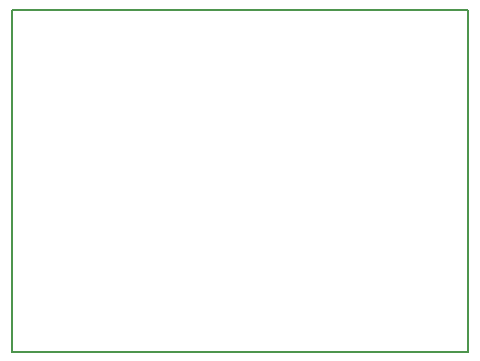
<source format=gm1>
G04 #@! TF.GenerationSoftware,KiCad,Pcbnew,5.1.6-c6e7f7d~87~ubuntu20.04.1*
G04 #@! TF.CreationDate,2021-06-05T20:06:15-07:00*
G04 #@! TF.ProjectId,NixieSupply5vto170vDCMBoostMini,4e697869-6553-4757-9070-6c793576746f,rev?*
G04 #@! TF.SameCoordinates,Original*
G04 #@! TF.FileFunction,Profile,NP*
%FSLAX46Y46*%
G04 Gerber Fmt 4.6, Leading zero omitted, Abs format (unit mm)*
G04 Created by KiCad (PCBNEW 5.1.6-c6e7f7d~87~ubuntu20.04.1) date 2021-06-05 20:06:15*
%MOMM*%
%LPD*%
G01*
G04 APERTURE LIST*
G04 #@! TA.AperFunction,Profile*
%ADD10C,0.150000*%
G04 #@! TD*
G04 APERTURE END LIST*
D10*
X135890000Y-82042000D02*
X135890000Y-110998000D01*
X174498000Y-82042000D02*
X135890000Y-82042000D01*
X174498000Y-110998000D02*
X174498000Y-82042000D01*
X135890000Y-110998000D02*
X174498000Y-110998000D01*
M02*

</source>
